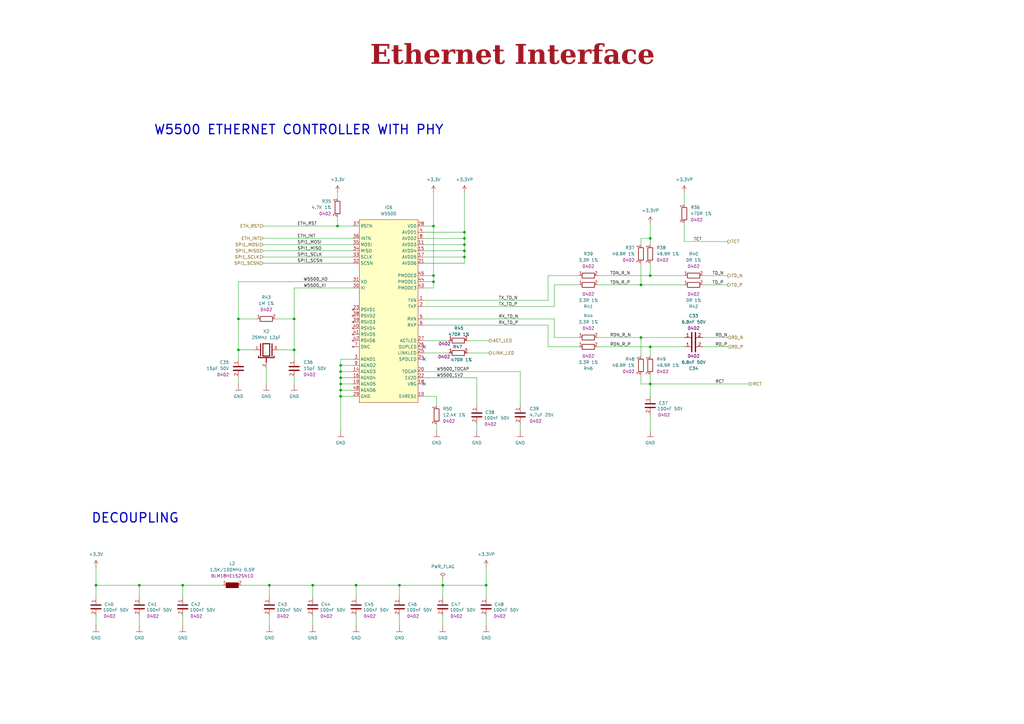
<source format=kicad_sch>
(kicad_sch (version 20250114) (generator "eeschema") (generator_version "9.0")
  (paper "A3")
  (title_block (title "Ethernet Interface") (date "2026-02-05") (rev "1.0.0") (company "DvidMakesThings"))
  (lib_symbols
    (symbol "DS_Capacitor_0402:100nF 50V 0402"
      (property "Reference" "C" (at 3.81 2.032 0))
      (property "Value" "100nF 50V" (at 3.81 0 0))
      (property "FOOTPRINT_SHORT" "0402" (at 3.81 -2.032 0))
      (symbol "100nF 50V 0402_0_1"
        (polyline (pts (xy -2.032 0.762) (xy 2.032 0.762)) (stroke (width 0.508)))
        (polyline (pts (xy -2.032 -0.762) (xy 2.032 -0.762)) (stroke (width 0.508)))
      )
      (symbol "100nF 50V 0402_1_1"
        (pin passive line (at 0 3.81 270) (length 2.794) (name "~") (number "1"))
        (pin passive line (at 0 -3.81 90) (length 2.794) (name "~") (number "2"))
      )
    )
    (symbol "DS_Capacitor_0402:15pF 50V 0402"
      (property "Reference" "C" (at 3.81 2.032 0))
      (property "Value" "15pF 50V" (at 3.81 0 0))
      (property "FOOTPRINT_SHORT" "0402" (at 3.81 -2.032 0))
      (symbol "15pF 50V 0402_0_1"
        (polyline (pts (xy -2.032 0.762) (xy 2.032 0.762)) (stroke (width 0.508)))
        (polyline (pts (xy -2.032 -0.762) (xy 2.032 -0.762)) (stroke (width 0.508)))
      )
      (symbol "15pF 50V 0402_1_1"
        (pin passive line (at 0 3.81 270) (length 2.794) (name "~") (number "1"))
        (pin passive line (at 0 -3.81 90) (length 2.794) (name "~") (number "2"))
      )
    )
    (symbol "DS_Capacitor_0402:4.7uF 25V 0402"
      (property "Reference" "C" (at 3.81 2.032 0))
      (property "Value" "4.7uF 25V" (at 3.81 0 0))
      (property "FOOTPRINT_SHORT" "0402" (at 3.81 -2.032 0))
      (symbol "4.7uF 25V 0402_0_1"
        (polyline (pts (xy -2.032 0.762) (xy 2.032 0.762)) (stroke (width 0.508)))
        (polyline (pts (xy -2.032 -0.762) (xy 2.032 -0.762)) (stroke (width 0.508)))
      )
      (symbol "4.7uF 25V 0402_1_1"
        (pin passive line (at 0 3.81 270) (length 2.794) (name "~") (number "1"))
        (pin passive line (at 0 -3.81 90) (length 2.794) (name "~") (number "2"))
      )
    )
    (symbol "DS_Capacitor_0402:6.8nF 50V 0402"
      (property "Reference" "C" (at 3.81 2.032 0))
      (property "Value" "6.8nF 50V" (at 3.81 0 0))
      (property "FOOTPRINT_SHORT" "0402" (at 3.81 -2.032 0))
      (symbol "6.8nF 50V 0402_0_1"
        (polyline (pts (xy -2.032 0.762) (xy 2.032 0.762)) (stroke (width 0.508)))
        (polyline (pts (xy -2.032 -0.762) (xy 2.032 -0.762)) (stroke (width 0.508)))
      )
      (symbol "6.8nF 50V 0402_1_1"
        (pin passive line (at 0 3.81 270) (length 2.794) (name "~") (number "1"))
        (pin passive line (at 0 -3.81 90) (length 2.794) (name "~") (number "2"))
      )
    )
    (symbol "DS_Crystal:25MHz"
      (property "Reference" "X" (at 0 4.318 0))
      (property "Value" "25MHz 12pF" (at 1.778 -4.826 0))
      (symbol "25MHz_0_0"
        (polyline (pts (xy -3.175 -2.54) (xy -3.175 -3.175)) (stroke (width 0.4064)))
        (polyline (pts (xy -3.175 -3.175) (xy 0 -3.175)) (stroke (width 0.4064)))
        (polyline (pts (xy -2.3368 2.54) (xy -2.3368 -2.54)) (stroke (width 0.4064)))
        (polyline (pts (xy -1.397 2.54) (xy -1.397 -2.54)) (stroke (width 0.4064)))
        (polyline (pts (xy -1.397 2.54) (xy 1.397 2.54)) (stroke (width 0.4064)))
        (polyline (pts (xy 0 -3.175) (xy 3.175 -3.175)) (stroke (width 0.4064)))
        (polyline (pts (xy 0 -5.08) (xy 0 -3.175)) (stroke (width 0.4064)))
        (polyline (pts (xy 1.397 2.54) (xy 1.397 -2.54)) (stroke (width 0.4064)))
        (polyline (pts (xy 1.397 -2.54) (xy -1.397 -2.54)) (stroke (width 0.4064)))
        (polyline (pts (xy 2.3368 2.54) (xy 2.3368 -2.54)) (stroke (width 0.4064)))
        (polyline (pts (xy 3.175 -3.175) (xy 3.175 -2.54)) (stroke (width 0.4064)))
        (pin passive line (at -5.08 0 0) (length 2.54) (name "~") (number "1"))
        (pin power_in line (at 0 -7.62 90) (length 2.54) (name "~") (number "2"))
        (pin passive line (at 5.08 0 180) (length 2.54) (name "~") (number "3"))
      )
    )
    (symbol "DS_Inductor:BLM18HE152SN1D"
      (property "Reference" "L" (at 2.286 0.762 0))
      (property "Value" "1.5K/100MHz 0.5R" (at 2.286 -1.524 0))
      (property "MPN" "BLM18HE152SN1D" (at 2.286 -16.002 0))
      (symbol "BLM18HE152SN1D_1_1"
        (rectangle (start -1.016 2.54) (end 1.016 -2.54) (stroke (width 0.254)) (fill (type outline)))
        (pin passive line (at 0 3.81 270) (length 1.27) (name "~") (number "1"))
        (pin passive line (at 0 -3.81 90) (length 1.27) (name "~") (number "2"))
      )
    )
    (symbol "DS_Peripherals:W5500"
      (property "Reference" "IC" (at -4.572 38.608 0))
      (property "Value" "W5500" (at -6.858 -39.878 0))
      (symbol "W5500_1_1"
        (rectangle (start -12.7 36.83) (end 11.43 -38.1) (fill (type color) (color 255 255 195 1)))
        (pin input line (at -15.24 34.29 0) (length 2.54) (name "RSTN") (number "37"))
        (pin output line (at -15.24 29.21 0) (length 2.54) (name "INTN") (number "36"))
        (pin input line (at -15.24 26.67 0) (length 2.54) (name "MOSI") (number "35"))
        (pin output line (at -15.24 24.13 0) (length 2.54) (name "MISO") (number "34"))
        (pin input line (at -15.24 21.59 0) (length 2.54) (name "SCLK") (number "33"))
        (pin input line (at -15.24 19.05 0) (length 2.54) (name "SCSN") (number "32"))
        (pin output line (at -15.24 11.43 0) (length 2.54) (name "XO") (number "31"))
        (pin input line (at -15.24 8.89 0) (length 2.54) (name "XI") (number "30"))
        (pin no_connect line (at -15.24 0 0) (length 2.54) (name "RSVD1") (number "23"))
        (pin no_connect line (at -15.24 -2.54 0) (length 2.54) (name "RSVD2") (number "38"))
        (pin no_connect line (at -15.24 -5.08 0) (length 2.54) (name "RSVD3") (number "39"))
        (pin no_connect line (at -15.24 -7.62 0) (length 2.54) (name "RSVD4") (number "40"))
        (pin no_connect line (at -15.24 -10.16 0) (length 2.54) (name "RSVD5") (number "41"))
        (pin no_connect line (at -15.24 -12.7 0) (length 2.54) (name "RSVD6") (number "42"))
        (pin no_connect line (at -15.24 -15.24 0) (length 2.54) (name "DNC") (number "7"))
        (pin power_in line (at -15.24 -20.32 0) (length 2.54) (name "AGND1") (number "3"))
        (pin power_in line (at -15.24 -22.86 0) (length 2.54) (name "AGND2") (number "9"))
        (pin power_in line (at -15.24 -25.4 0) (length 2.54) (name "AGND3") (number "14"))
        (pin power_in line (at -15.24 -27.94 0) (length 2.54) (name "AGND4") (number "16"))
        (pin power_in line (at -15.24 -30.48 0) (length 2.54) (name "AGND5") (number "19"))
        (pin power_in line (at -15.24 -33.02 0) (length 2.54) (name "AGND6") (number "48"))
        (pin power_in line (at -15.24 -35.56 0) (length 2.54) (name "GND") (number "29"))
        (pin power_in line (at 13.97 34.29 180) (length 2.54) (name "VDD") (number "28"))
        (pin power_in line (at 13.97 31.75 180) (length 2.54) (name "AVDD1") (number "4"))
        (pin power_in line (at 13.97 29.21 180) (length 2.54) (name "AVDD2") (number "8"))
        (pin power_in line (at 13.97 26.67 180) (length 2.54) (name "AVDD3") (number "11"))
        (pin power_in line (at 13.97 24.13 180) (length 2.54) (name "AVDD4") (number "15"))
        (pin power_in line (at 13.97 21.59 180) (length 2.54) (name "AVDD5") (number "17"))
        (pin power_in line (at 13.97 19.05 180) (length 2.54) (name "AVDD6") (number "21"))
        (pin input line (at 13.97 13.97 180) (length 2.54) (name "PMODE0") (number "45"))
        (pin input line (at 13.97 11.43 180) (length 2.54) (name "PMODE1") (number "44"))
        (pin input line (at 13.97 8.89 180) (length 2.54) (name "PMODE3") (number "43"))
        (pin output line (at 13.97 3.81 180) (length 2.54) (name "TXN") (number "1"))
        (pin output line (at 13.97 1.27 180) (length 2.54) (name "TXP") (number "2"))
        (pin input line (at 13.97 -3.81 180) (length 2.54) (name "RXN") (number "5"))
        (pin input line (at 13.97 -6.35 180) (length 2.54) (name "RXP") (number "6"))
        (pin output line (at 13.97 -12.7 180) (length 2.54) (name "ACTLED") (number "27"))
        (pin output line (at 13.97 -15.24 180) (length 2.54) (name "DUPLED") (number "26"))
        (pin output line (at 13.97 -17.78 180) (length 2.54) (name "LINKLED") (number "25"))
        (pin output line (at 13.97 -20.32 180) (length 2.54) (name "SPDLED") (number "24"))
        (pin passive line (at 13.97 -25.4 180) (length 2.54) (name "TOCAP") (number "20"))
        (pin output line (at 13.97 -27.94 180) (length 2.54) (name "1V2O") (number "22"))
        (pin output line (at 13.97 -30.48 180) (length 2.54) (name "VBG") (number "18"))
        (pin passive line (at 13.97 -35.56 180) (length 2.54) (name "EXRES1") (number "10"))
      )
    )
    (symbol "DS_Resistor_0402:0R 1% 0402"
      (property "Reference" "R" (at 2.032 2.032 0))
      (property "Value" "0R 1%" (at 2.032 0 0))
      (property "FOOTPRINT_SHORT" "0402" (at 2.032 -2.032 0))
      (symbol "0R 1% 0402_0_1"
        (rectangle (start -1.016 2.54) (end 1.016 -2.54) (stroke (width 0.254)))
      )
      (symbol "0R 1% 0402_1_1"
        (pin passive line (at 0 3.81 270) (length 1.27) (name "~") (number "1"))
        (pin passive line (at 0 -3.81 90) (length 1.27) (name "~") (number "2"))
      )
    )
    (symbol "DS_Resistor_0402:12.4K 1% 0402"
      (property "Reference" "R" (at 2.032 2.032 0))
      (property "Value" "12.4K 1%" (at 2.032 0 0))
      (property "FOOTPRINT_SHORT" "0402" (at 2.032 -2.032 0))
      (symbol "12.4K 1% 0402_0_1"
        (rectangle (start -1.016 2.54) (end 1.016 -2.54) (stroke (width 0.254)))
      )
      (symbol "12.4K 1% 0402_1_1"
        (pin passive line (at 0 3.81 270) (length 1.27) (name "~") (number "1"))
        (pin passive line (at 0 -3.81 90) (length 1.27) (name "~") (number "2"))
      )
    )
    (symbol "DS_Resistor_0402:1M 1% 0402"
      (property "Reference" "R" (at 2.032 2.032 0))
      (property "Value" "1M 1%" (at 2.032 0 0))
      (property "FOOTPRINT_SHORT" "0402" (at 2.032 -2.032 0))
      (symbol "1M 1% 0402_0_1"
        (rectangle (start -1.016 2.54) (end 1.016 -2.54) (stroke (width 0.254)))
      )
      (symbol "1M 1% 0402_1_1"
        (pin passive line (at 0 3.81 270) (length 1.27) (name "~") (number "1"))
        (pin passive line (at 0 -3.81 90) (length 1.27) (name "~") (number "2"))
      )
    )
    (symbol "DS_Resistor_0402:3.3R 1% 0402"
      (property "Reference" "R" (at 2.032 2.032 0))
      (property "Value" "3.3R 1%" (at 2.032 0 0))
      (property "FOOTPRINT_SHORT" "0402" (at 2.032 -2.032 0))
      (symbol "3.3R 1% 0402_0_1"
        (rectangle (start -1.016 2.54) (end 1.016 -2.54) (stroke (width 0.254)))
      )
      (symbol "3.3R 1% 0402_1_1"
        (pin passive line (at 0 3.81 270) (length 1.27) (name "~") (number "1"))
        (pin passive line (at 0 -3.81 90) (length 1.27) (name "~") (number "2"))
      )
    )
    (symbol "DS_Resistor_0402:4.7K 1% 0402"
      (property "Reference" "R" (at 2.032 2.032 0))
      (property "Value" "4.7K 1%" (at 2.032 0 0))
      (property "FOOTPRINT_SHORT" "0402" (at 2.032 -2.032 0))
      (symbol "4.7K 1% 0402_0_1"
        (rectangle (start -1.016 2.54) (end 1.016 -2.54) (stroke (width 0.254)))
      )
      (symbol "4.7K 1% 0402_1_1"
        (pin passive line (at 0 3.81 270) (length 1.27) (name "~") (number "1"))
        (pin passive line (at 0 -3.81 90) (length 1.27) (name "~") (number "2"))
      )
    )
    (symbol "DS_Resistor_0402:470R 1% 0402"
      (property "Reference" "R" (at 2.032 2.032 0))
      (property "Value" "470R 1%" (at 2.032 0 0))
      (property "FOOTPRINT_SHORT" "0402" (at 2.032 -2.032 0))
      (symbol "470R 1% 0402_0_1"
        (rectangle (start -1.016 2.54) (end 1.016 -2.54) (stroke (width 0.254)))
      )
      (symbol "470R 1% 0402_1_1"
        (pin passive line (at 0 3.81 270) (length 1.27) (name "~") (number "1"))
        (pin passive line (at 0 -3.81 90) (length 1.27) (name "~") (number "2"))
      )
    )
    (symbol "DS_Resistor_0402:49.9R 1% 0402"
      (property "Reference" "R" (at 2.032 2.032 0))
      (property "Value" "49.9R 1%" (at 2.032 0 0))
      (property "FOOTPRINT_SHORT" "0402" (at 2.032 -2.032 0))
      (symbol "49.9R 1% 0402_0_1"
        (rectangle (start -1.016 2.54) (end 1.016 -2.54) (stroke (width 0.254)))
      )
      (symbol "49.9R 1% 0402_1_1"
        (pin passive line (at 0 3.81 270) (length 1.27) (name "~") (number "1"))
        (pin passive line (at 0 -3.81 90) (length 1.27) (name "~") (number "2"))
      )
    )
    (symbol "DS_Supply:GND" (power) (pin_numbers (hide yes)) (pin_names (offset 0) (hide yes))
      (property "Value" "GND" (at 0 -3.81 0))
      (symbol "GND_0_1"
        (polyline (pts (xy 0 0) (xy 0 -2.54) (xy 1.27 -2.54) (xy 0 -2.54) (xy -1.27 -2.54) (xy 0 -2.54)))
      )
      (symbol "GND_1_1"
        (pin power_in line (at 0 0 270) (length 0) (name "~") (number "1"))
      )
    )
    (symbol "power:+3.3V" (power) (pin_numbers (hide yes)) (pin_names (offset 0) (hide yes))
      (property "Value" "+3.3V" (at 0 3.556 0))
      (symbol "+3.3V_0_1"
        (polyline (pts (xy -0.762 1.27) (xy 0 2.54)))
        (polyline (pts (xy 0 2.54) (xy 0.762 1.27)))
        (polyline (pts (xy 0 0) (xy 0 2.54)))
      )
      (symbol "+3.3V_1_1"
        (pin power_in line (at 0 0 90) (length 0) (name "~") (number "1"))
      )
    )
    (symbol "power:+3.3VP" (power) (pin_numbers (hide yes)) (pin_names (offset 0) (hide yes))
      (property "Value" "+3.3VP" (at 0 3.556 0))
      (symbol "+3.3VP_0_0"
        (pin power_in line (at 0 0 90) (length 0) (name "~") (number "1"))
      )
      (symbol "+3.3VP_0_1"
        (polyline (pts (xy -0.762 1.27) (xy 0 2.54)))
        (polyline (pts (xy 0 2.54) (xy 0.762 1.27)))
        (polyline (pts (xy 0 0) (xy 0 2.54)))
      )
    )
    (symbol "power:PWR_FLAG" (power) (pin_numbers (hide yes)) (pin_names (offset 0) (hide yes))
      (property "Value" "PWR_FLAG" (at 0 3.81 0))
      (symbol "PWR_FLAG_0_0"
        (pin power_out line (at 0 0 90) (length 0) (name "~") (number "1"))
      )
      (symbol "PWR_FLAG_0_1"
        (polyline (pts (xy 0 0) (xy 0 1.27) (xy -1.016 1.905) (xy 0 2.54) (xy 1.016 1.905) (xy 0 1.27)))
      )
    )
  )
  (text "DECOUPLING" (at 37.338 212.598 0) (effects (font (size 3.81 3.81) (thickness 0.508) (bold yes)) (justify left)))
  (text "W5500 ETHERNET CONTROLLER WITH PHY" (at 62.992 53.34 0) (effects (font (size 3.81 3.81) (thickness 0.508) (bold yes)) (justify left)))
  (text_box "Ethernet Interface" (at 12.7 16.51 0) (size 394.97 12.7) (margins 5.9999 5.9999 5.9999 5.9999) (stroke (width -0.0001)) (effects (font (size 8 8) (thickness 1.2) (bold yes))))
  (junction (at 57.15 240.03))
  (junction (at 128.27 240.03))
  (junction (at 262.89 116.84))
  (junction (at 97.79 130.81))
  (junction (at 190.5 97.79))
  (junction (at 190.5 95.25))
  (junction (at 266.7 142.24))
  (junction (at 190.5 100.33))
  (junction (at 199.39 240.03))
  (junction (at 97.79 143.51))
  (junction (at 139.7 160.02))
  (junction (at 163.83 240.03))
  (junction (at 262.89 138.43))
  (junction (at 139.7 157.48))
  (junction (at 177.8 113.03))
  (junction (at 110.49 240.03))
  (junction (at 266.7 97.79))
  (junction (at 139.7 152.4))
  (junction (at 177.8 115.57))
  (junction (at 139.7 162.56))
  (junction (at 266.7 113.03))
  (junction (at 74.93 240.03))
  (junction (at 120.65 143.51))
  (junction (at 190.5 102.87))
  (junction (at 139.7 154.94))
  (junction (at 181.61 240.03))
  (junction (at 146.05 240.03))
  (junction (at 177.8 92.71))
  (junction (at 190.5 105.41))
  (junction (at 138.43 92.71))
  (junction (at 120.65 130.81))
  (junction (at 139.7 149.86))
  (junction (at 39.37 240.03))
  (junction (at 266.7 157.48))
  (no_connect (at 173.99 142.24))
  (no_connect (at 173.99 147.32))
  (no_connect (at 173.99 157.48))
  (wire (pts (xy 288.29 113.03) (xy 298.45 113.03)))
  (wire (pts (xy 139.7 162.56) (xy 144.78 162.56)))
  (wire (pts (xy 266.7 170.18) (xy 266.7 176.53)))
  (wire (pts (xy 181.61 256.54) (xy 181.61 252.73)))
  (wire (pts (xy 262.89 97.79) (xy 266.7 97.79)))
  (wire (pts (xy 57.15 256.54) (xy 57.15 252.73)))
  (wire (pts (xy 163.83 240.03) (xy 163.83 245.11)))
  (wire (pts (xy 173.99 133.35) (xy 224.79 133.35)))
  (wire (pts (xy 173.99 115.57) (xy 177.8 115.57)))
  (wire (pts (xy 128.27 256.54) (xy 128.27 252.73)))
  (wire (pts (xy 107.95 92.71) (xy 138.43 92.71)))
  (wire (pts (xy 120.65 143.51) (xy 120.65 147.32)))
  (wire (pts (xy 128.27 240.03) (xy 128.27 245.11)))
  (wire (pts (xy 262.89 157.48) (xy 266.7 157.48)))
  (wire (pts (xy 128.27 240.03) (xy 110.49 240.03)))
  (wire (pts (xy 139.7 152.4) (xy 139.7 154.94)))
  (wire (pts (xy 173.99 97.79) (xy 190.5 97.79)))
  (wire (pts (xy 262.89 107.95) (xy 262.89 116.84)))
  (wire (pts (xy 199.39 240.03) (xy 181.61 240.03)))
  (wire (pts (xy 139.7 157.48) (xy 139.7 160.02)))
  (wire (pts (xy 173.99 102.87) (xy 190.5 102.87)))
  (wire (pts (xy 39.37 256.54) (xy 39.37 252.73)))
  (wire (pts (xy 190.5 78.74) (xy 190.5 95.25)))
  (wire (pts (xy 173.99 162.56) (xy 179.07 162.56)))
  (wire (pts (xy 262.89 138.43) (xy 280.67 138.43)))
  (wire (pts (xy 173.99 125.73) (xy 227.33 125.73)))
  (wire (pts (xy 173.99 144.78) (xy 184.15 144.78)))
  (wire (pts (xy 190.5 100.33) (xy 190.5 97.79)))
  (wire (pts (xy 144.78 147.32) (xy 139.7 147.32)))
  (wire (pts (xy 227.33 125.73) (xy 227.33 116.84)))
  (wire (pts (xy 114.3 143.51) (xy 120.65 143.51)))
  (wire (pts (xy 173.99 130.81) (xy 227.33 130.81)))
  (wire (pts (xy 107.95 97.79) (xy 144.78 97.79)))
  (wire (pts (xy 199.39 232.41) (xy 199.39 240.03)))
  (wire (pts (xy 146.05 256.54) (xy 146.05 252.73)))
  (wire (pts (xy 138.43 92.71) (xy 144.78 92.71)))
  (wire (pts (xy 266.7 157.48) (xy 266.7 162.56)))
  (wire (pts (xy 190.5 105.41) (xy 190.5 102.87)))
  (wire (pts (xy 139.7 160.02) (xy 144.78 160.02)))
  (wire (pts (xy 224.79 113.03) (xy 237.49 113.03)))
  (wire (pts (xy 177.8 113.03) (xy 177.8 92.71)))
  (wire (pts (xy 107.95 107.95) (xy 144.78 107.95)))
  (wire (pts (xy 262.89 138.43) (xy 262.89 146.05)))
  (wire (pts (xy 97.79 130.81) (xy 97.79 143.51)))
  (wire (pts (xy 191.77 139.7) (xy 200.66 139.7)))
  (wire (pts (xy 190.5 102.87) (xy 190.5 100.33)))
  (wire (pts (xy 173.99 152.4) (xy 213.36 152.4)))
  (wire (pts (xy 173.99 95.25) (xy 190.5 95.25)))
  (wire (pts (xy 139.7 157.48) (xy 144.78 157.48)))
  (wire (pts (xy 173.99 123.19) (xy 224.79 123.19)))
  (wire (pts (xy 266.7 107.95) (xy 266.7 113.03)))
  (wire (pts (xy 245.11 138.43) (xy 262.89 138.43)))
  (wire (pts (xy 139.7 154.94) (xy 139.7 157.48)))
  (wire (pts (xy 266.7 142.24) (xy 280.67 142.24)))
  (wire (pts (xy 190.5 97.79) (xy 190.5 95.25)))
  (wire (pts (xy 139.7 160.02) (xy 139.7 162.56)))
  (wire (pts (xy 138.43 88.9) (xy 138.43 92.71)))
  (wire (pts (xy 173.99 113.03) (xy 177.8 113.03)))
  (wire (pts (xy 107.95 105.41) (xy 144.78 105.41)))
  (wire (pts (xy 163.83 256.54) (xy 163.83 252.73)))
  (wire (pts (xy 191.77 144.78) (xy 200.66 144.78)))
  (wire (pts (xy 139.7 147.32) (xy 139.7 149.86)))
  (wire (pts (xy 266.7 142.24) (xy 266.7 146.05)))
  (wire (pts (xy 213.36 173.99) (xy 213.36 176.53)))
  (wire (pts (xy 280.67 99.06) (xy 298.45 99.06)))
  (wire (pts (xy 97.79 157.48) (xy 97.79 154.94)))
  (wire (pts (xy 97.79 130.81) (xy 105.41 130.81)))
  (wire (pts (xy 177.8 92.71) (xy 177.8 78.74)))
  (wire (pts (xy 173.99 139.7) (xy 184.15 139.7)))
  (wire (pts (xy 107.95 100.33) (xy 144.78 100.33)))
  (wire (pts (xy 179.07 162.56) (xy 179.07 166.37)))
  (wire (pts (xy 109.22 151.13) (xy 109.22 157.48)))
  (wire (pts (xy 57.15 240.03) (xy 39.37 240.03)))
  (wire (pts (xy 190.5 107.95) (xy 190.5 105.41)))
  (wire (pts (xy 227.33 116.84) (xy 237.49 116.84)))
  (wire (pts (xy 110.49 240.03) (xy 110.49 245.11)))
  (wire (pts (xy 107.95 102.87) (xy 144.78 102.87)))
  (wire (pts (xy 224.79 123.19) (xy 224.79 113.03)))
  (wire (pts (xy 224.79 133.35) (xy 224.79 142.24)))
  (wire (pts (xy 97.79 143.51) (xy 97.79 147.32)))
  (wire (pts (xy 179.07 176.53) (xy 179.07 173.99)))
  (wire (pts (xy 113.03 130.81) (xy 120.65 130.81)))
  (wire (pts (xy 39.37 240.03) (xy 39.37 245.11)))
  (wire (pts (xy 74.93 240.03) (xy 57.15 240.03)))
  (wire (pts (xy 57.15 240.03) (xy 57.15 245.11)))
  (wire (pts (xy 199.39 240.03) (xy 199.39 245.11)))
  (wire (pts (xy 139.7 149.86) (xy 144.78 149.86)))
  (wire (pts (xy 173.99 105.41) (xy 190.5 105.41)))
  (wire (pts (xy 280.67 83.82) (xy 280.67 78.74)))
  (wire (pts (xy 139.7 152.4) (xy 144.78 152.4)))
  (wire (pts (xy 139.7 149.86) (xy 139.7 152.4)))
  (wire (pts (xy 120.65 118.11) (xy 120.65 130.81)))
  (wire (pts (xy 110.49 256.54) (xy 110.49 252.73)))
  (wire (pts (xy 288.29 116.84) (xy 298.45 116.84)))
  (wire (pts (xy 245.11 142.24) (xy 266.7 142.24)))
  (wire (pts (xy 288.29 138.43) (xy 298.45 138.43)))
  (wire (pts (xy 213.36 152.4) (xy 213.36 166.37)))
  (wire (pts (xy 266.7 91.44) (xy 266.7 97.79)))
  (wire (pts (xy 163.83 240.03) (xy 146.05 240.03)))
  (wire (pts (xy 245.11 116.84) (xy 262.89 116.84)))
  (wire (pts (xy 39.37 232.41) (xy 39.37 240.03)))
  (wire (pts (xy 224.79 142.24) (xy 237.49 142.24)))
  (wire (pts (xy 97.79 115.57) (xy 97.79 130.81)))
  (wire (pts (xy 195.58 173.99) (xy 195.58 176.53)))
  (wire (pts (xy 173.99 100.33) (xy 190.5 100.33)))
  (wire (pts (xy 262.89 116.84) (xy 280.67 116.84)))
  (wire (pts (xy 245.11 113.03) (xy 266.7 113.03)))
  (wire (pts (xy 177.8 118.11) (xy 177.8 115.57)))
  (wire (pts (xy 280.67 99.06) (xy 280.67 91.44)))
  (wire (pts (xy 91.44 240.03) (xy 74.93 240.03)))
  (wire (pts (xy 139.7 154.94) (xy 144.78 154.94)))
  (wire (pts (xy 173.99 118.11) (xy 177.8 118.11)))
  (wire (pts (xy 74.93 240.03) (xy 74.93 245.11)))
  (wire (pts (xy 181.61 237.49) (xy 181.61 240.03)))
  (wire (pts (xy 266.7 113.03) (xy 280.67 113.03)))
  (wire (pts (xy 195.58 154.94) (xy 195.58 166.37)))
  (wire (pts (xy 266.7 97.79) (xy 266.7 100.33)))
  (wire (pts (xy 262.89 100.33) (xy 262.89 97.79)))
  (wire (pts (xy 99.06 240.03) (xy 110.49 240.03)))
  (wire (pts (xy 146.05 240.03) (xy 128.27 240.03)))
  (wire (pts (xy 120.65 130.81) (xy 120.65 143.51)))
  (wire (pts (xy 177.8 115.57) (xy 177.8 113.03)))
  (wire (pts (xy 227.33 138.43) (xy 237.49 138.43)))
  (wire (pts (xy 74.93 256.54) (xy 74.93 252.73)))
  (wire (pts (xy 120.65 157.48) (xy 120.65 154.94)))
  (wire (pts (xy 138.43 78.74) (xy 138.43 81.28)))
  (wire (pts (xy 139.7 162.56) (xy 139.7 176.53)))
  (wire (pts (xy 146.05 240.03) (xy 146.05 245.11)))
  (wire (pts (xy 144.78 115.57) (xy 97.79 115.57)))
  (wire (pts (xy 288.29 142.24) (xy 298.45 142.24)))
  (wire (pts (xy 144.78 118.11) (xy 120.65 118.11)))
  (wire (pts (xy 181.61 240.03) (xy 163.83 240.03)))
  (wire (pts (xy 227.33 130.81) (xy 227.33 138.43)))
  (wire (pts (xy 199.39 256.54) (xy 199.39 252.73)))
  (wire (pts (xy 173.99 154.94) (xy 195.58 154.94)))
  (wire (pts (xy 173.99 92.71) (xy 177.8 92.71)))
  (wire (pts (xy 173.99 107.95) (xy 190.5 107.95)))
  (wire (pts (xy 181.61 240.03) (xy 181.61 245.11)))
  (wire (pts (xy 266.7 157.48) (xy 307.34 157.48)))
  (wire (pts (xy 262.89 153.67) (xy 262.89 157.48)))
  (wire (pts (xy 266.7 157.48) (xy 266.7 153.67)))
  (wire (pts (xy 104.14 143.51) (xy 97.79 143.51)))
  (label "RDN_R_P" (at 250.19 142.24 0))
  (label "W5500_XO" (at 124.46 115.57 0))
  (label "RD_N" (at 293.37 138.43 0))
  (label "SPI1_MISO" (at 121.92 102.87 0))
  (label "ETH_RST" (at 121.92 92.71 0))
  (label "W5500_1V2" (at 179.07 154.94 0))
  (label "W5500_TOCAP" (at 179.07 152.4 0))
  (label "RD_P" (at 293.37 142.24 0))
  (label "TDN_R_P" (at 250.19 116.84 0))
  (label "RX_TD_N" (at 204.47 130.81 0))
  (label "TX_TD_N" (at 204.47 123.19 0))
  (label "RCT" (at 293.37 157.48 0))
  (label "ETH_INT" (at 121.92 97.79 0))
  (label "TD_N" (at 292.1 113.03 0))
  (label "SPI1_SCLK" (at 121.92 105.41 0))
  (label "SPI1_MOSI" (at 121.92 100.33 0))
  (label "RDN_R_N" (at 250.19 138.43 0))
  (label "TX_TD_P" (at 204.47 125.73 0))
  (label "RX_TD_P" (at 204.47 133.35 0))
  (label "TCT" (at 284.48 99.06 0))
  (label "SPI1_SCSN" (at 121.92 107.95 0))
  (label "TD_P" (at 292.1 116.84 0))
  (label "TDN_R_N" (at 250.19 113.03 0))
  (label "W5500_XI" (at 124.46 118.11 0))
  (hierarchical_label "LINK_LED" (shape output) (at 200.66 144.78 0))
  (hierarchical_label "ETH_INT" (shape input) (at 107.95 97.79 180))
  (hierarchical_label "TCT" (shape output) (at 298.45 99.06 0))
  (hierarchical_label "SPI1_SCLK" (shape input) (at 107.95 105.41 180))
  (hierarchical_label "RD_P" (shape input) (at 298.45 142.24 0))
  (hierarchical_label "RD_N" (shape input) (at 298.45 138.43 0))
  (hierarchical_label "SPI1_SCSN" (shape input) (at 107.95 107.95 180))
  (hierarchical_label "ETH_RST" (shape input) (at 107.95 92.71 180))
  (hierarchical_label "ACT_LED" (shape output) (at 200.66 139.7 0))
  (hierarchical_label "TD_N" (shape output) (at 298.45 113.03 0))
  (hierarchical_label "SPI1_MOSI" (shape input) (at 107.95 100.33 180))
  (hierarchical_label "SPI1_MISO" (shape input) (at 107.95 102.87 180))
  (hierarchical_label "RCT" (shape output) (at 307.34 157.48 0))
  (hierarchical_label "TD_P" (shape output) (at 298.45 116.84 0))
  (symbol (lib_id "DS_Capacitor_0402:15pF 50V 0402") (at 97.79 151.13 0) (mirror y) (unit 1)
    (property "Reference" "C35" (at 93.98 148.5899 0) (effects (justify left)))
    (property "Value" "15pF 50V" (at 93.98 151.1299 0) (effects (justify left)))
    (property "Footprint" "Capacitor_SMD:C_0402_1005Metric" (effects (hide yes)))
    (property "Description" "50V 15pF C0G ±5% 0402 Multilayer Ceramic Capacitors MLCC - SMD/SMT ROHS" (effects (hide yes)))
    (property "FOOTPRINT_SHORT" "0402" (at 93.98 153.6699 0) (effects (justify left)))
    (property "ROHS" "YES" (effects (hide yes)))
    (property "LCSC_PART" "C1548" (effects (hide yes)))
  )
  (symbol (lib_id "DS_Capacitor_0402:100nF 50V 0402") (at 163.83 248.92 0) (mirror y) (unit 1)
    (property "Reference" "C46" (at 169.164 247.904 0))
    (property "Value" "100nF 50V" (at 171.958 250.19 0))
    (property "Footprint" "Capacitor_SMD:C_0402_1005Metric" (effects (hide yes)))
    (property "Description" "50V 100nF X7R ±10% 0402 Multilayer Ceramic Capacitors MLCC - SMD/SMT ROHS" (effects (hide yes)))
    (property "FOOTPRINT_SHORT" "0402" (at 169.418 252.73 0))
    (property "ROHS" "YES" (effects (hide yes)))
    (property "LCSC_PART" "C307331" (effects (hide yes)))
  )
  (symbol (lib_id "DS_Resistor_0402:470R 1% 0402") (at 187.96 139.7 90) (unit 1)
    (property "Reference" "R45" (at 188.214 134.62 90))
    (property "Value" "470R 1%" (at 188.214 137.16 90))
    (property "Footprint" "Resistor_SMD:R_0402_1005Metric" (effects (hide yes)))
    (property "Description" "62.5mW Thick Film Resistors 50V ±100ppm/℃ ±1% 470Ω 0402 Chip Resistor - Surface Mount ROHS" (effects (hide yes)))
    (property "LCSC_PART" "C25117" (effects (hide yes)))
    (property "ROHS" "YES" (effects (hide yes)))
    (property "FOOTPRINT_SHORT" "0402" (at 182.372 140.97 90))
    (property "MFR" "Panasonic" (effects (hide yes)))
  )
  (symbol (lib_id "DS_Supply:GND") (at 179.07 176.53 0) (unit 1)
    (property "Reference" "#PWR066" (effects (hide yes)))
    (property "Value" "GND" (at 179.07 181.61 0))
    (property "Description" "Power symbol creates a global label with name \"GND\" , ground" (effects (hide yes)))
  )
  (symbol (lib_id "DS_Inductor:BLM18HE152SN1D") (at 95.25 240.03 90) (unit 1)
    (property "Reference" "L2" (at 95.25 231.14 90))
    (property "Value" "1.5K/100MHz 0.5R" (at 95.25 233.68 90))
    (property "Footprint" "Resistor_SMD:R_0603_1608Metric" (effects (hide yes)))
    (property "Datasheet" "https://product.tdk.com/en/system/files/dam/doc/product/emc/emc/beads/catalog/beads_commercial_signal_mmz1608_en.pdf" (effects (hide yes)))
    (property "Description" "1.5 kOhms @ 100 MHz 1 Signal Line Ferrite Bead 0603 (1608 Metric) 500mA 500mOhm" (effects (hide yes)))
    (property "LCSC_PART" "C82155" (effects (hide yes)))
    (property "MFR" "Murata Electronics" (effects (hide yes)))
    (property "MPN" "BLM18HE152SN1D" (at 95.25 236.22 90))
  )
  (symbol (lib_id "DS_Supply:GND") (at 109.22 157.48 0) (unit 1)
    (property "Reference" "#PWR063" (effects (hide yes)))
    (property "Value" "GND" (at 109.22 162.56 0))
    (property "Description" "Power symbol creates a global label with name \"GND\" , ground" (effects (hide yes)))
  )
  (symbol (lib_id "DS_Supply:GND") (at 120.65 157.48 0) (unit 1)
    (property "Reference" "#PWR064" (effects (hide yes)))
    (property "Value" "GND" (at 120.65 162.56 0))
    (property "Description" "Power symbol creates a global label with name \"GND\" , ground" (effects (hide yes)))
  )
  (symbol (lib_id "DS_Capacitor_0402:100nF 50V 0402") (at 146.05 248.92 0) (mirror y) (unit 1)
    (property "Reference" "C45" (at 151.384 247.904 0))
    (property "Value" "100nF 50V" (at 154.178 250.19 0))
    (property "Footprint" "Capacitor_SMD:C_0402_1005Metric" (effects (hide yes)))
    (property "Description" "50V 100nF X7R ±10% 0402 Multilayer Ceramic Capacitors MLCC - SMD/SMT ROHS" (effects (hide yes)))
    (property "FOOTPRINT_SHORT" "0402" (at 151.638 252.73 0))
    (property "ROHS" "YES" (effects (hide yes)))
    (property "LCSC_PART" "C307331" (effects (hide yes)))
  )
  (symbol (lib_id "DS_Supply:GND") (at 57.15 256.54 0) (unit 1)
    (property "Reference" "#PWR073" (effects (hide yes)))
    (property "Value" "GND" (at 57.15 261.62 0))
    (property "Description" "Power symbol creates a global label with name \"GND\" , ground" (effects (hide yes)))
  )
  (symbol (lib_id "DS_Capacitor_0402:4.7uF 25V 0402") (at 213.36 170.18 0) (unit 1)
    (property "Reference" "C39" (at 217.17 167.6399 0) (effects (justify left)))
    (property "Value" "4.7uF 25V" (at 217.17 170.1799 0) (effects (justify left)))
    (property "Footprint" "Capacitor_SMD:C_0402_1005Metric" (effects (hide yes)))
    (property "Description" "25V 4.7uF X5R ±20% 0402 Multilayer Ceramic Capacitors MLCC - SMD/SMT ROHS" (effects (hide yes)))
    (property "FOOTPRINT_SHORT" "0402" (at 217.17 172.7199 0) (effects (justify left)))
    (property "ROHS" "YES" (effects (hide yes)))
    (property "LCSC_PART" "C22367824" (effects (hide yes)))
    (property "MFR" "Murata" (effects (hide yes)))
  )
  (symbol (lib_id "power:+3.3VP") (at 199.39 232.41 0) (unit 1)
    (property "Reference" "#PWR071" (effects (hide yes)))
    (property "Value" "+3.3VP" (at 199.39 227.33 0))
    (property "Description" "Power symbol creates a global label with name \"+3.3VP\"" (effects (hide yes)))
  )
  (symbol (lib_id "power:+3.3VP") (at 190.5 78.74 0) (unit 1)
    (property "Reference" "#PWR059" (effects (hide yes)))
    (property "Value" "+3.3VP" (at 190.5 73.66 0))
    (property "Description" "Power symbol creates a global label with name \"+3.3VP\"" (effects (hide yes)))
  )
  (symbol (lib_id "DS_Resistor_0402:3.3R 1% 0402") (at 241.3 138.43 90) (unit 1)
    (property "Reference" "R44" (at 241.3 129.54 90))
    (property "Value" "3.3R 1%" (at 241.3 132.08 90))
    (property "Footprint" "Resistor_SMD:R_0402_1005Metric" (effects (hide yes)))
    (property "Description" "62.5mW Thick Film Resistors 50V ±1% ±400ppm/℃ 3.3Ω 0402 Chip Resistor - Surface Mount ROHS" (effects (hide yes)))
    (property "LCSC_PART" "C270612" (effects (hide yes)))
    (property "ROHS" "YES" (effects (hide yes)))
    (property "FOOTPRINT_SHORT" "0402" (at 241.3 134.62 90))
  )
  (symbol (lib_id "DS_Capacitor_0402:100nF 50V 0402") (at 181.61 248.92 0) (mirror y) (unit 1)
    (property "Reference" "C47" (at 186.944 247.904 0))
    (property "Value" "100nF 50V" (at 189.738 250.19 0))
    (property "Footprint" "Capacitor_SMD:C_0402_1005Metric" (effects (hide yes)))
    (property "Description" "50V 100nF X7R ±10% 0402 Multilayer Ceramic Capacitors MLCC - SMD/SMT ROHS" (effects (hide yes)))
    (property "FOOTPRINT_SHORT" "0402" (at 187.198 252.73 0))
    (property "ROHS" "YES" (effects (hide yes)))
    (property "LCSC_PART" "C307331" (effects (hide yes)))
  )
  (symbol (lib_id "DS_Supply:GND") (at 139.7 176.53 0) (unit 1)
    (property "Reference" "#PWR065" (effects (hide yes)))
    (property "Value" "GND" (at 139.7 181.61 0))
    (property "Description" "Power symbol creates a global label with name \"GND\" , ground" (effects (hide yes)))
  )
  (symbol (lib_id "DS_Resistor_0402:49.9R 1% 0402") (at 266.7 149.86 0) (mirror y) (unit 1)
    (property "Reference" "R49" (at 269.24 147.3199 0) (effects (justify right)))
    (property "Value" "49.9R 1%" (at 269.24 149.8599 0) (effects (justify right)))
    (property "Footprint" "Resistor_SMD:R_0402_1005Metric" (effects (hide yes)))
    (property "Description" "62.5mW Thick Film Resistors 50V ±100ppm/℃ ±1% 49.9Ω 0402 Chip Resistor - Surface Mount ROHS" (effects (hide yes)))
    (property "LCSC_PART" "C25120" (effects (hide yes)))
    (property "ROHS" "YES" (effects (hide yes)))
    (property "FOOTPRINT_SHORT" "0402" (at 269.24 152.3999 0) (effects (justify right)))
  )
  (symbol (lib_id "DS_Resistor_0402:470R 1% 0402") (at 187.96 144.78 90) (unit 1)
    (property "Reference" "R47" (at 187.706 142.24 90))
    (property "Value" "470R 1%" (at 189.23 147.574 90))
    (property "Footprint" "Resistor_SMD:R_0402_1005Metric" (effects (hide yes)))
    (property "Description" "62.5mW Thick Film Resistors 50V ±100ppm/℃ ±1% 470Ω 0402 Chip Resistor - Surface Mount ROHS" (effects (hide yes)))
    (property "LCSC_PART" "C25117" (effects (hide yes)))
    (property "ROHS" "YES" (effects (hide yes)))
    (property "FOOTPRINT_SHORT" "0402" (at 182.118 146.304 90))
    (property "MFR" "Panasonic" (effects (hide yes)))
  )
  (symbol (lib_id "DS_Supply:GND") (at 128.27 256.54 0) (unit 1)
    (property "Reference" "#PWR076" (effects (hide yes)))
    (property "Value" "GND" (at 128.27 261.62 0))
    (property "Description" "Power symbol creates a global label with name \"GND\" , ground" (effects (hide yes)))
  )
  (symbol (lib_id "DS_Capacitor_0402:100nF 50V 0402") (at 199.39 248.92 0) (mirror y) (unit 1)
    (property "Reference" "C48" (at 204.724 247.904 0))
    (property "Value" "100nF 50V" (at 207.518 250.19 0))
    (property "Footprint" "Capacitor_SMD:C_0402_1005Metric" (effects (hide yes)))
    (property "Description" "50V 100nF X7R ±10% 0402 Multilayer Ceramic Capacitors MLCC - SMD/SMT ROHS" (effects (hide yes)))
    (property "FOOTPRINT_SHORT" "0402" (at 204.978 252.73 0))
    (property "ROHS" "YES" (effects (hide yes)))
    (property "LCSC_PART" "C307331" (effects (hide yes)))
  )
  (symbol (lib_id "DS_Supply:GND") (at 199.39 256.54 0) (unit 1)
    (property "Reference" "#PWR080" (effects (hide yes)))
    (property "Value" "GND" (at 199.39 261.62 0))
    (property "Description" "Power symbol creates a global label with name \"GND\" , ground" (effects (hide yes)))
  )
  (symbol (lib_id "DS_Peripherals:W5500") (at 160.02 127 0) (unit 1)
    (property "Reference" "IC6" (at 159.385 85.09 0))
    (property "Value" "W5500" (at 159.385 87.63 0))
    (property "Footprint" "DS_Peripherals:LQFP48_7x7" (effects (hide yes)))
    (property "Datasheet" "https://docs.wiznet.io/pdf-viewer?file=%2Fimg%2Fproducts%2Fw5500%2FW5500_ds_v110e.pdf" (effects (hide yes)))
    (property "Description" "-40°C~+85°C 100BASE-TX 3.3V 32KB 8 SPI SPI Yes LQFP-48(7x7) Ethernet Controllers ROHS" (effects (hide yes)))
    (property "MPN" "W5500" (effects (hide yes)))
    (property "MFR" "WIZNET" (effects (hide yes)))
    (property "LCSC_PART" "C32843" (effects (hide yes)))
    (property "ROHS" "YES" (effects (hide yes)))
  )
  (symbol (lib_id "DS_Supply:GND") (at 163.83 256.54 0) (unit 1)
    (property "Reference" "#PWR078" (effects (hide yes)))
    (property "Value" "GND" (at 163.83 261.62 0))
    (property "Description" "Power symbol creates a global label with name \"GND\" , ground" (effects (hide yes)))
  )
  (symbol (lib_id "power:+3.3VP") (at 266.7 91.44 0) (unit 1)
    (property "Reference" "#PWR061" (effects (hide yes)))
    (property "Value" "+3.3VP" (at 266.7 86.36 0))
    (property "Description" "Power symbol creates a global label with name \"+3.3VP\"" (effects (hide yes)))
  )
  (symbol (lib_id "DS_Resistor_0402:49.9R 1% 0402") (at 262.89 149.86 0) (unit 1)
    (property "Reference" "R48" (at 260.35 147.3199 0) (effects (justify right)))
    (property "Value" "49.9R 1%" (at 260.35 149.8599 0) (effects (justify right)))
    (property "Footprint" "Resistor_SMD:R_0402_1005Metric" (effects (hide yes)))
    (property "Description" "62.5mW Thick Film Resistors 50V ±100ppm/℃ ±1% 49.9Ω 0402 Chip Resistor - Surface Mount ROHS" (effects (hide yes)))
    (property "LCSC_PART" "C25120" (effects (hide yes)))
    (property "ROHS" "YES" (effects (hide yes)))
    (property "FOOTPRINT_SHORT" "0402" (at 260.35 152.3999 0) (effects (justify right)))
  )
  (symbol (lib_id "DS_Resistor_0402:0R 1% 0402") (at 284.48 113.03 90) (unit 1)
    (property "Reference" "R40" (at 284.48 104.14 90))
    (property "Value" "0R 1%" (at 284.48 106.68 90))
    (property "Footprint" "Resistor_SMD:R_0402_1005Metric" (effects (hide yes)))
    (property "Description" "62.5mW Thick Film Resistors 50V ±800ppm/℃ ±1% 0Ω 0402 Chip Resistor - Surface Mount ROHS" (effects (hide yes)))
    (property "LCSC_PART" "C17168" (effects (hide yes)))
    (property "ROHS" "YES" (effects (hide yes)))
    (property "FOOTPRINT_SHORT" "0402" (at 284.48 109.22 90))
    (property "MFR" "YAGEO" (effects (hide yes)))
  )
  (symbol (lib_id "DS_Capacitor_0402:15pF 50V 0402") (at 120.65 151.13 0) (unit 1)
    (property "Reference" "C36" (at 124.46 148.5899 0) (effects (justify left)))
    (property "Value" "15pF 50V" (at 124.46 151.1299 0) (effects (justify left)))
    (property "Footprint" "Capacitor_SMD:C_0402_1005Metric" (effects (hide yes)))
    (property "Description" "50V 15pF C0G ±5% 0402 Multilayer Ceramic Capacitors MLCC - SMD/SMT ROHS" (effects (hide yes)))
    (property "FOOTPRINT_SHORT" "0402" (at 124.46 153.6699 0) (effects (justify left)))
    (property "ROHS" "YES" (effects (hide yes)))
    (property "LCSC_PART" "C1548" (effects (hide yes)))
  )
  (symbol (lib_id "DS_Resistor_0402:49.9R 1% 0402") (at 266.7 104.14 0) (mirror y) (unit 1)
    (property "Reference" "R38" (at 269.24 101.5999 0) (effects (justify right)))
    (property "Value" "49.9R 1%" (at 269.24 104.1399 0) (effects (justify right)))
    (property "Footprint" "Resistor_SMD:R_0402_1005Metric" (effects (hide yes)))
    (property "Description" "62.5mW Thick Film Resistors 50V ±100ppm/℃ ±1% 49.9Ω 0402 Chip Resistor - Surface Mount ROHS" (effects (hide yes)))
    (property "LCSC_PART" "C25120" (effects (hide yes)))
    (property "ROHS" "YES" (effects (hide yes)))
    (property "FOOTPRINT_SHORT" "0402" (at 269.24 106.6799 0) (effects (justify right)))
  )
  (symbol (lib_id "power:+3.3V") (at 39.37 232.41 0) (unit 1)
    (property "Reference" "#PWR070" (effects (hide yes)))
    (property "Value" "+3.3V" (at 39.37 227.33 0))
    (property "Description" "Power symbol creates a global label with name \"+3.3V\"" (effects (hide yes)))
  )
  (symbol (lib_id "power:+3.3V") (at 177.8 78.74 0) (unit 1)
    (property "Reference" "#PWR058" (effects (hide yes)))
    (property "Value" "+3.3V" (at 177.8 73.66 0))
    (property "Description" "Power symbol creates a global label with name \"+3.3V\"" (effects (hide yes)))
  )
  (symbol (lib_id "DS_Resistor_0402:3.3R 1% 0402") (at 241.3 142.24 90) (mirror x) (unit 1)
    (property "Reference" "R46" (at 241.3 151.13 90))
    (property "Value" "3.3R 1%" (at 241.3 148.59 90))
    (property "Footprint" "Resistor_SMD:R_0402_1005Metric" (effects (hide yes)))
    (property "Description" "62.5mW Thick Film Resistors 50V ±1% ±400ppm/℃ 3.3Ω 0402 Chip Resistor - Surface Mount ROHS" (effects (hide yes)))
    (property "LCSC_PART" "C270612" (effects (hide yes)))
    (property "ROHS" "YES" (effects (hide yes)))
    (property "FOOTPRINT_SHORT" "0402" (at 241.3 146.05 90))
  )
  (symbol (lib_id "DS_Resistor_0402:3.3R 1% 0402") (at 241.3 116.84 90) (mirror x) (unit 1)
    (property "Reference" "R41" (at 241.3 125.73 90))
    (property "Value" "3.3R 1%" (at 241.3 123.19 90))
    (property "Footprint" "Resistor_SMD:R_0402_1005Metric" (effects (hide yes)))
    (property "Description" "62.5mW Thick Film Resistors 50V ±1% ±400ppm/℃ 3.3Ω 0402 Chip Resistor - Surface Mount ROHS" (effects (hide yes)))
    (property "LCSC_PART" "C270612" (effects (hide yes)))
    (property "ROHS" "YES" (effects (hide yes)))
    (property "FOOTPRINT_SHORT" "0402" (at 241.3 120.65 90))
  )
  (symbol (lib_id "DS_Supply:GND") (at 146.05 256.54 0) (unit 1)
    (property "Reference" "#PWR077" (effects (hide yes)))
    (property "Value" "GND" (at 146.05 261.62 0))
    (property "Description" "Power symbol creates a global label with name \"GND\" , ground" (effects (hide yes)))
  )
  (symbol (lib_id "DS_Capacitor_0402:100nF 50V 0402") (at 110.49 248.92 0) (mirror y) (unit 1)
    (property "Reference" "C43" (at 115.824 247.904 0))
    (property "Value" "100nF 50V" (at 118.618 250.19 0))
    (property "Footprint" "Capacitor_SMD:C_0402_1005Metric" (effects (hide yes)))
    (property "Description" "50V 100nF X7R ±10% 0402 Multilayer Ceramic Capacitors MLCC - SMD/SMT ROHS" (effects (hide yes)))
    (property "FOOTPRINT_SHORT" "0402" (at 116.078 252.73 0))
    (property "ROHS" "YES" (effects (hide yes)))
    (property "LCSC_PART" "C307331" (effects (hide yes)))
  )
  (symbol (lib_id "DS_Supply:GND") (at 39.37 256.54 0) (unit 1)
    (property "Reference" "#PWR072" (effects (hide yes)))
    (property "Value" "GND" (at 39.37 261.62 0))
    (property "Description" "Power symbol creates a global label with name \"GND\" , ground" (effects (hide yes)))
  )
  (symbol (lib_id "DS_Supply:GND") (at 266.7 176.53 0) (unit 1)
    (property "Reference" "#PWR069" (effects (hide yes)))
    (property "Value" "GND" (at 266.7 181.61 0))
    (property "Description" "Power symbol creates a global label with name \"GND\" , ground" (effects (hide yes)))
  )
  (symbol (lib_id "DS_Capacitor_0402:100nF 50V 0402") (at 195.58 170.18 0) (mirror y) (unit 1)
    (property "Reference" "C38" (at 200.914 169.164 0))
    (property "Value" "100nF 50V" (at 203.708 171.45 0))
    (property "Footprint" "Capacitor_SMD:C_0402_1005Metric" (effects (hide yes)))
    (property "Description" "50V 100nF X7R ±10% 0402 Multilayer Ceramic Capacitors MLCC - SMD/SMT ROHS" (effects (hide yes)))
    (property "FOOTPRINT_SHORT" "0402" (at 201.168 173.99 0))
    (property "ROHS" "YES" (effects (hide yes)))
    (property "LCSC_PART" "C307331" (effects (hide yes)))
  )
  (symbol (lib_id "power:+3.3VP") (at 280.67 78.74 0) (unit 1)
    (property "Reference" "#PWR060" (effects (hide yes)))
    (property "Value" "+3.3VP" (at 280.67 73.66 0))
    (property "Description" "Power symbol creates a global label with name \"+3.3VP\"" (effects (hide yes)))
  )
  (symbol (lib_id "DS_Capacitor_0402:6.8nF 50V 0402") (at 284.48 142.24 90) (mirror x) (unit 1)
    (property "Reference" "C34" (at 284.48 151.13 90))
    (property "Value" "6.8nF 50V" (at 284.48 148.59 90))
    (property "Footprint" "Capacitor_SMD:C_0402_1005Metric" (effects (hide yes)))
    (property "Description" "50V 6.8nF X7R ±10% 0402 Multilayer Ceramic Capacitors MLCC - SMD/SMT ROHS" (effects (hide yes)))
    (property "FOOTPRINT_SHORT" "0402" (at 284.48 146.05 90))
    (property "ROHS" "YES" (effects (hide yes)))
    (property "LCSC_PART" "C1542" (effects (hide yes)))
  )
  (symbol (lib_id "DS_Resistor_0402:470R 1% 0402") (at 280.67 87.63 0) (unit 1)
    (property "Reference" "R36" (at 283.21 85.0899 0) (effects (justify left)))
    (property "Value" "470R 1%" (at 283.21 87.6299 0) (effects (justify left)))
    (property "Footprint" "Resistor_SMD:R_0402_1005Metric" (effects (hide yes)))
    (property "Description" "62.5mW Thick Film Resistors 50V ±100ppm/℃ ±1% 470Ω 0402 Chip Resistor - Surface Mount ROHS" (effects (hide yes)))
    (property "LCSC_PART" "C25117" (effects (hide yes)))
    (property "ROHS" "YES" (effects (hide yes)))
    (property "FOOTPRINT_SHORT" "0402" (at 283.21 90.1699 0) (effects (justify left)))
    (property "MFR" "Panasonic" (effects (hide yes)))
  )
  (symbol (lib_id "power:PWR_FLAG") (at 181.61 237.49 0) (unit 1)
    (property "Reference" "#FLG02" (effects (hide yes)))
    (property "Value" "PWR_FLAG" (at 181.61 232.41 0))
    (property "Description" "Special symbol for telling ERC where power comes from" (effects (hide yes)))
  )
  (symbol (lib_id "DS_Resistor_0402:3.3R 1% 0402") (at 241.3 113.03 90) (unit 1)
    (property "Reference" "R39" (at 241.3 104.14 90))
    (property "Value" "3.3R 1%" (at 241.3 106.68 90))
    (property "Footprint" "Resistor_SMD:R_0402_1005Metric" (effects (hide yes)))
    (property "Description" "62.5mW Thick Film Resistors 50V ±1% ±400ppm/℃ 3.3Ω 0402 Chip Resistor - Surface Mount ROHS" (effects (hide yes)))
    (property "LCSC_PART" "C270612" (effects (hide yes)))
    (property "ROHS" "YES" (effects (hide yes)))
    (property "FOOTPRINT_SHORT" "0402" (at 241.3 109.22 90))
  )
  (symbol (lib_id "DS_Capacitor_0402:100nF 50V 0402") (at 74.93 248.92 0) (mirror y) (unit 1)
    (property "Reference" "C42" (at 80.264 247.904 0))
    (property "Value" "100nF 50V" (at 83.058 250.19 0))
    (property "Footprint" "Capacitor_SMD:C_0402_1005Metric" (effects (hide yes)))
    (property "Description" "50V 100nF X7R ±10% 0402 Multilayer Ceramic Capacitors MLCC - SMD/SMT ROHS" (effects (hide yes)))
    (property "FOOTPRINT_SHORT" "0402" (at 80.518 252.73 0))
    (property "ROHS" "YES" (effects (hide yes)))
    (property "LCSC_PART" "C307331" (effects (hide yes)))
  )
  (symbol (lib_id "DS_Resistor_0402:4.7K 1% 0402") (at 138.43 85.09 0) (unit 1)
    (property "Reference" "R35" (at 135.89 82.5499 0) (effects (justify right)))
    (property "Value" "4.7K 1%" (at 135.89 85.0899 0) (effects (justify right)))
    (property "Footprint" "Resistor_SMD:R_0402_1005Metric" (effects (hide yes)))
    (property "Description" "62.5mW Thick Film Resistors 50V ±100ppm/℃ ±1% 4.7kΩ 0402 Chip Resistor - Surface Mount ROHS" (effects (hide yes)))
    (property "LCSC_PART" "C25900" (effects (hide yes)))
    (property "ROHS" "YES" (effects (hide yes)))
    (property "FOOTPRINT_SHORT" "0402" (at 135.89 87.6299 0) (effects (justify right)))
  )
  (symbol (lib_id "DS_Supply:GND") (at 110.49 256.54 0) (unit 1)
    (property "Reference" "#PWR075" (effects (hide yes)))
    (property "Value" "GND" (at 110.49 261.62 0))
    (property "Description" "Power symbol creates a global label with name \"GND\" , ground" (effects (hide yes)))
  )
  (symbol (lib_id "DS_Supply:GND") (at 97.79 157.48 0) (unit 1)
    (property "Reference" "#PWR062" (effects (hide yes)))
    (property "Value" "GND" (at 97.79 162.56 0))
    (property "Description" "Power symbol creates a global label with name \"GND\" , ground" (effects (hide yes)))
  )
  (symbol (lib_id "power:+3.3V") (at 138.43 78.74 0) (unit 1)
    (property "Reference" "#PWR057" (effects (hide yes)))
    (property "Value" "+3.3V" (at 138.43 73.66 0))
    (property "Description" "Power symbol creates a global label with name \"+3.3V\"" (effects (hide yes)))
  )
  (symbol (lib_id "DS_Crystal:25MHz") (at 109.22 143.51 0) (unit 1)
    (property "Reference" "X2" (at 109.22 135.89 0))
    (property "Value" "25MHz 12pF" (at 109.22 138.43 0))
    (property "Footprint" "DS_Crystal:X3225" (effects (hide yes)))
    (property "Datasheet" "https://jlcpcb.com/api/file/downloadByFileSystemAccessId/8588879072122851328" (effects (hide yes)))
    (property "Description" "-40°C~+85°C 12pF 25MHz Crystal Oscillator ±10ppm ±20ppm SMD3225-4P Crystals ROHS" (effects (hide yes)))
    (property "MFR" "YXC Crystal Oscillators" (effects (hide yes)))
    (property "MPN" "X322525MOB4SI" (effects (hide yes)))
    (property "LCSC_PART" "C9006" (effects (hide yes)))
    (property "ROHS" "YES" (effects (hide yes)))
  )
  (symbol (lib_id "DS_Resistor_0402:12.4K 1% 0402") (at 179.07 170.18 0) (unit 1)
    (property "Reference" "R50" (at 181.61 167.6399 0) (effects (justify left)))
    (property "Value" "12.4K 1%" (at 181.61 170.1799 0) (effects (justify left)))
    (property "Footprint" "Resistor_SMD:R_0402_1005Metric" (effects (hide yes)))
    (property "Description" "63mW Thin Film Resistor 50V ±0.1% ±25ppm/℃ 12.4kΩ 0402 Chip Resistor - Surface Mount ROHS" (effects (hide yes)))
    (property "LCSC_PART" "C490814" (effects (hide yes)))
    (property "ROHS" "YES" (effects (hide yes)))
    (property "FOOTPRINT_SHORT" "0402" (at 181.61 172.7199 0) (effects (justify left)))
  )
  (symbol (lib_id "DS_Supply:GND") (at 74.93 256.54 0) (unit 1)
    (property "Reference" "#PWR074" (effects (hide yes)))
    (property "Value" "GND" (at 74.93 261.62 0))
    (property "Description" "Power symbol creates a global label with name \"GND\" , ground" (effects (hide yes)))
  )
  (symbol (lib_id "DS_Capacitor_0402:100nF 50V 0402") (at 57.15 248.92 0) (mirror y) (unit 1)
    (property "Reference" "C41" (at 62.484 247.904 0))
    (property "Value" "100nF 50V" (at 65.278 250.19 0))
    (property "Footprint" "Capacitor_SMD:C_0402_1005Metric" (effects (hide yes)))
    (property "Description" "50V 100nF X7R ±10% 0402 Multilayer Ceramic Capacitors MLCC - SMD/SMT ROHS" (effects (hide yes)))
    (property "FOOTPRINT_SHORT" "0402" (at 62.738 252.73 0))
    (property "ROHS" "YES" (effects (hide yes)))
    (property "LCSC_PART" "C307331" (effects (hide yes)))
  )
  (symbol (lib_id "DS_Resistor_0402:49.9R 1% 0402") (at 262.89 104.14 0) (unit 1)
    (property "Reference" "R37" (at 260.35 101.5999 0) (effects (justify right)))
    (property "Value" "49.9R 1%" (at 260.35 104.1399 0) (effects (justify right)))
    (property "Footprint" "Resistor_SMD:R_0402_1005Metric" (effects (hide yes)))
    (property "Description" "62.5mW Thick Film Resistors 50V ±100ppm/℃ ±1% 49.9Ω 0402 Chip Resistor - Surface Mount ROHS" (effects (hide yes)))
    (property "LCSC_PART" "C25120" (effects (hide yes)))
    (property "ROHS" "YES" (effects (hide yes)))
    (property "FOOTPRINT_SHORT" "0402" (at 260.35 106.6799 0) (effects (justify right)))
  )
  (symbol (lib_id "DS_Capacitor_0402:6.8nF 50V 0402") (at 284.48 138.43 90) (unit 1)
    (property "Reference" "C33" (at 284.48 129.54 90))
    (property "Value" "6.8nF 50V" (at 284.48 132.08 90))
    (property "Footprint" "Capacitor_SMD:C_0402_1005Metric" (effects (hide yes)))
    (property "Description" "50V 6.8nF X7R ±10% 0402 Multilayer Ceramic Capacitors MLCC - SMD/SMT ROHS" (effects (hide yes)))
    (property "FOOTPRINT_SHORT" "0402" (at 284.48 134.62 90))
    (property "ROHS" "YES" (effects (hide yes)))
    (property "LCSC_PART" "C1542" (effects (hide yes)))
  )
  (symbol (lib_id "DS_Resistor_0402:0R 1% 0402") (at 284.48 116.84 90) (unit 1)
    (property "Reference" "R42" (at 284.48 125.73 90))
    (property "Value" "0R 1%" (at 284.48 123.19 90))
    (property "Footprint" "Resistor_SMD:R_0402_1005Metric" (effects (hide yes)))
    (property "Description" "62.5mW Thick Film Resistors 50V ±800ppm/℃ ±1% 0Ω 0402 Chip Resistor - Surface Mount ROHS" (effects (hide yes)))
    (property "LCSC_PART" "C17168" (effects (hide yes)))
    (property "ROHS" "YES" (effects (hide yes)))
    (property "FOOTPRINT_SHORT" "0402" (at 284.48 120.65 90))
    (property "MFR" "YAGEO" (effects (hide yes)))
  )
  (symbol (lib_id "DS_Supply:GND") (at 181.61 256.54 0) (unit 1)
    (property "Reference" "#PWR079" (effects (hide yes)))
    (property "Value" "GND" (at 181.61 261.62 0))
    (property "Description" "Power symbol creates a global label with name \"GND\" , ground" (effects (hide yes)))
  )
  (symbol (lib_id "DS_Supply:GND") (at 195.58 176.53 0) (unit 1)
    (property "Reference" "#PWR067" (effects (hide yes)))
    (property "Value" "GND" (at 195.58 181.61 0))
    (property "Description" "Power symbol creates a global label with name \"GND\" , ground" (effects (hide yes)))
  )
  (symbol (lib_id "DS_Capacitor_0402:100nF 50V 0402") (at 39.37 248.92 0) (mirror y) (unit 1)
    (property "Reference" "C40" (at 44.704 247.904 0))
    (property "Value" "100nF 50V" (at 47.498 250.19 0))
    (property "Footprint" "Capacitor_SMD:C_0402_1005Metric" (effects (hide yes)))
    (property "Description" "50V 100nF X7R ±10% 0402 Multilayer Ceramic Capacitors MLCC - SMD/SMT ROHS" (effects (hide yes)))
    (property "FOOTPRINT_SHORT" "0402" (at 44.958 252.73 0))
    (property "ROHS" "YES" (effects (hide yes)))
    (property "LCSC_PART" "C307331" (effects (hide yes)))
  )
  (symbol (lib_id "DS_Capacitor_0402:100nF 50V 0402") (at 266.7 166.37 0) (mirror y) (unit 1)
    (property "Reference" "C37" (at 272.034 165.354 0))
    (property "Value" "100nF 50V" (at 274.828 167.64 0))
    (property "Footprint" "Capacitor_SMD:C_0402_1005Metric" (effects (hide yes)))
    (property "Description" "50V 100nF X7R ±10% 0402 Multilayer Ceramic Capacitors MLCC - SMD/SMT ROHS" (effects (hide yes)))
    (property "FOOTPRINT_SHORT" "0402" (at 272.288 170.18 0))
    (property "ROHS" "YES" (effects (hide yes)))
    (property "LCSC_PART" "C307331" (effects (hide yes)))
  )
  (symbol (lib_id "DS_Capacitor_0402:100nF 50V 0402") (at 128.27 248.92 0) (mirror y) (unit 1)
    (property "Reference" "C44" (at 133.604 247.904 0))
    (property "Value" "100nF 50V" (at 136.398 250.19 0))
    (property "Footprint" "Capacitor_SMD:C_0402_1005Metric" (effects (hide yes)))
    (property "Description" "50V 100nF X7R ±10% 0402 Multilayer Ceramic Capacitors MLCC - SMD/SMT ROHS" (effects (hide yes)))
    (property "FOOTPRINT_SHORT" "0402" (at 133.858 252.73 0))
    (property "ROHS" "YES" (effects (hide yes)))
    (property "LCSC_PART" "C307331" (effects (hide yes)))
  )
  (symbol (lib_id "DS_Supply:GND") (at 213.36 176.53 0) (unit 1)
    (property "Reference" "#PWR068" (effects (hide yes)))
    (property "Value" "GND" (at 213.36 181.61 0))
    (property "Description" "Power symbol creates a global label with name \"GND\" , ground" (effects (hide yes)))
  )
  (symbol (lib_id "DS_Resistor_0402:1M 1% 0402") (at 109.22 130.81 90) (unit 1)
    (property "Reference" "R43" (at 109.22 121.92 90))
    (property "Value" "1M 1%" (at 109.22 124.46 90))
    (property "Footprint" "Resistor_SMD:R_0402_1005Metric" (effects (hide yes)))
    (property "Description" "62.5mW Thick Film Resistors 50V ±100ppm/℃ ±1% 1MΩ 0402 Chip Resistor - Surface Mount ROHS" (effects (hide yes)))
    (property "LCSC_PART" "C26083" (effects (hide yes)))
    (property "ROHS" "YES" (effects (hide yes)))
    (property "FOOTPRINT_SHORT" "0402" (at 109.22 127 90))
    (property "MFR" "Vishay" (effects (hide yes)))
  )
)
</source>
